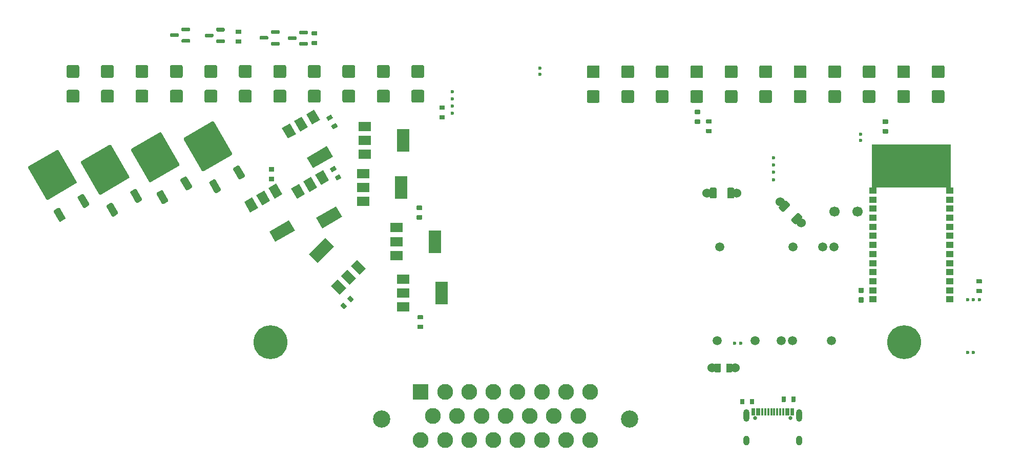
<source format=gts>
G04 #@! TF.GenerationSoftware,KiCad,Pcbnew,7.0.10-7.0.10~ubuntu22.04.1*
G04 #@! TF.CreationDate,2024-01-01T01:26:33+00:00*
G04 #@! TF.ProjectId,uaeficopiedtovfr,75616566-6963-46f7-9069-6564746f7666,rev?*
G04 #@! TF.SameCoordinates,Original*
G04 #@! TF.FileFunction,Soldermask,Top*
G04 #@! TF.FilePolarity,Negative*
%FSLAX46Y46*%
G04 Gerber Fmt 4.6, Leading zero omitted, Abs format (unit mm)*
G04 Created by KiCad (PCBNEW 7.0.10-7.0.10~ubuntu22.04.1) date 2024-01-01 01:26:33*
%MOMM*%
%LPD*%
G01*
G04 APERTURE LIST*
%ADD10C,0.120000*%
%ADD11C,1.524000*%
%ADD12R,2.000000X1.500000*%
%ADD13R,2.000000X3.800000*%
%ADD14C,5.600000*%
%ADD15C,0.600000*%
%ADD16C,1.500000*%
%ADD17C,2.850000*%
%ADD18R,2.625000X2.625000*%
%ADD19C,2.625000*%
%ADD20C,1.700000*%
%ADD21C,0.650000*%
%ADD22R,0.300000X1.150000*%
%ADD23O,1.000000X2.100000*%
%ADD24O,1.000000X1.600000*%
%ADD25R,1.300000X1.000000*%
G04 APERTURE END LIST*
G04 #@! TO.C,U2*
D10*
X153537500Y45106000D02*
X140537500Y45106000D01*
X140537500Y52106000D01*
X153537500Y52106000D01*
X153537500Y45106000D01*
G36*
X153537500Y45106000D02*
G01*
X140537500Y45106000D01*
X140537500Y52106000D01*
X153537500Y52106000D01*
X153537500Y45106000D01*
G37*
G04 #@! TD*
D11*
G04 #@! TO.C,R4*
X117930000Y15206000D03*
G36*
G01*
X117475001Y15831000D02*
X117475001Y14581000D01*
G75*
G02*
X117375001Y14481000I-100000J0D01*
G01*
X116575001Y14481000D01*
G75*
G02*
X116475001Y14581000I0J100000D01*
G01*
X116475001Y15831000D01*
G75*
G02*
X116575001Y15931000I100000J0D01*
G01*
X117375001Y15931000D01*
G75*
G02*
X117475001Y15831000I0J-100000D01*
G01*
G37*
G36*
G01*
X115574979Y15831000D02*
X115574979Y14581000D01*
G75*
G02*
X115474979Y14481000I-100000J0D01*
G01*
X114674979Y14481000D01*
G75*
G02*
X114574979Y14581000I0J100000D01*
G01*
X114574979Y15831000D01*
G75*
G02*
X114674979Y15931000I100000J0D01*
G01*
X115474979Y15931000D01*
G75*
G02*
X115574979Y15831000I0J-100000D01*
G01*
G37*
X114120000Y15206000D03*
G04 #@! TD*
G04 #@! TO.C,R1*
G36*
G01*
X142385000Y56256000D02*
X143165000Y56256000D01*
G75*
G02*
X143235000Y56186000I0J-70000D01*
G01*
X143235000Y55626000D01*
G75*
G02*
X143165000Y55556000I-70000J0D01*
G01*
X142385000Y55556000D01*
G75*
G02*
X142315000Y55626000I0J70000D01*
G01*
X142315000Y56186000D01*
G75*
G02*
X142385000Y56256000I70000J0D01*
G01*
G37*
G36*
G01*
X142385000Y54656000D02*
X143165000Y54656000D01*
G75*
G02*
X143235000Y54586000I0J-70000D01*
G01*
X143235000Y54026000D01*
G75*
G02*
X143165000Y53956000I-70000J0D01*
G01*
X142385000Y53956000D01*
G75*
G02*
X142315000Y54026000I0J70000D01*
G01*
X142315000Y54586000D01*
G75*
G02*
X142385000Y54656000I70000J0D01*
G01*
G37*
G04 #@! TD*
D12*
G04 #@! TO.C,Q14*
X56775000Y55131000D03*
X56775000Y52831000D03*
X56775000Y50531000D03*
D13*
X63075000Y52831000D03*
G04 #@! TD*
D14*
G04 #@! TO.C,H2*
X41175000Y19481000D03*
G04 #@! TD*
G04 #@! TO.C,Q8*
G36*
X48542339Y47175005D02*
G01*
X49841377Y47925005D01*
X50841377Y46192955D01*
X49542339Y45442955D01*
X48542339Y47175005D01*
G37*
G36*
X46550481Y46025005D02*
G01*
X47849519Y46775005D01*
X48849519Y45042955D01*
X47550481Y44292955D01*
X46550481Y46025005D01*
G37*
G36*
X44558623Y44875005D02*
G01*
X45857661Y45625005D01*
X46857661Y43892955D01*
X45558623Y43142955D01*
X44558623Y44875005D01*
G37*
G36*
X48704552Y39994045D02*
G01*
X51995448Y41894045D01*
X52995448Y40161995D01*
X49704552Y38261995D01*
X48704552Y39994045D01*
G37*
G04 #@! TD*
G04 #@! TO.C,R8*
G36*
G01*
X127925000Y10421000D02*
X127925000Y9641000D01*
G75*
G02*
X127855000Y9571000I-70000J0D01*
G01*
X127295000Y9571000D01*
G75*
G02*
X127225000Y9641000I0J70000D01*
G01*
X127225000Y10421000D01*
G75*
G02*
X127295000Y10491000I70000J0D01*
G01*
X127855000Y10491000D01*
G75*
G02*
X127925000Y10421000I0J-70000D01*
G01*
G37*
G36*
G01*
X126325000Y10421000D02*
X126325000Y9641000D01*
G75*
G02*
X126255000Y9571000I-70000J0D01*
G01*
X125695000Y9571000D01*
G75*
G02*
X125625000Y9641000I0J70000D01*
G01*
X125625000Y10421000D01*
G75*
G02*
X125695000Y10491000I70000J0D01*
G01*
X126255000Y10491000D01*
G75*
G02*
X126325000Y10421000I0J-70000D01*
G01*
G37*
G04 #@! TD*
G04 #@! TO.C,Q10*
G36*
X53663478Y28400491D02*
G01*
X52602818Y27339831D01*
X51188604Y28754045D01*
X52249264Y29814705D01*
X53663478Y28400491D01*
G37*
G36*
X55289823Y30026837D02*
G01*
X54229163Y28966177D01*
X52814949Y30380391D01*
X53875609Y31441051D01*
X55289823Y30026837D01*
G37*
G36*
X56916169Y31653182D02*
G01*
X55855509Y30592522D01*
X54441295Y32006736D01*
X55501955Y33067396D01*
X56916169Y31653182D01*
G37*
G36*
X51648224Y35294782D02*
G01*
X48961218Y32607776D01*
X47547004Y34021990D01*
X50234010Y36708996D01*
X51648224Y35294782D01*
G37*
G04 #@! TD*
G04 #@! TO.C,R32*
G36*
G01*
X65385000Y42031000D02*
X66165000Y42031000D01*
G75*
G02*
X66235000Y41961000I0J-70000D01*
G01*
X66235000Y41401000D01*
G75*
G02*
X66165000Y41331000I-70000J0D01*
G01*
X65385000Y41331000D01*
G75*
G02*
X65315000Y41401000I0J70000D01*
G01*
X65315000Y41961000D01*
G75*
G02*
X65385000Y42031000I70000J0D01*
G01*
G37*
G36*
G01*
X65385000Y40431000D02*
X66165000Y40431000D01*
G75*
G02*
X66235000Y40361000I0J-70000D01*
G01*
X66235000Y39801000D01*
G75*
G02*
X66165000Y39731000I-70000J0D01*
G01*
X65385000Y39731000D01*
G75*
G02*
X65315000Y39801000I0J70000D01*
G01*
X65315000Y40361000D01*
G75*
G02*
X65385000Y40431000I70000J0D01*
G01*
G37*
G04 #@! TD*
D15*
G04 #@! TO.C,M2*
X156400002Y26481000D03*
X157350002Y26481000D03*
X158300000Y26481000D03*
X157300002Y17781000D03*
X156400002Y17781000D03*
G04 #@! TD*
G04 #@! TO.C,M3*
X71250000Y59681000D03*
X71250000Y60881000D03*
X71250000Y58481000D03*
X71250000Y57281000D03*
X85675000Y63741000D03*
X85675000Y64741000D03*
G04 #@! TD*
G04 #@! TO.C,R2*
G36*
G01*
X112115000Y55556000D02*
X111335000Y55556000D01*
G75*
G02*
X111265000Y55626000I0J70000D01*
G01*
X111265000Y56186000D01*
G75*
G02*
X111335000Y56256000I70000J0D01*
G01*
X112115000Y56256000D01*
G75*
G02*
X112185000Y56186000I0J-70000D01*
G01*
X112185000Y55626000D01*
G75*
G02*
X112115000Y55556000I-70000J0D01*
G01*
G37*
G36*
G01*
X112115000Y57156000D02*
X111335000Y57156000D01*
G75*
G02*
X111265000Y57226000I0J70000D01*
G01*
X111265000Y57786000D01*
G75*
G02*
X111335000Y57856000I70000J0D01*
G01*
X112115000Y57856000D01*
G75*
G02*
X112185000Y57786000I0J-70000D01*
G01*
X112185000Y57226000D01*
G75*
G02*
X112115000Y57156000I-70000J0D01*
G01*
G37*
G04 #@! TD*
G04 #@! TO.C,R31*
G36*
G01*
X66315000Y21631000D02*
X65535000Y21631000D01*
G75*
G02*
X65465000Y21701000I0J70000D01*
G01*
X65465000Y22261000D01*
G75*
G02*
X65535000Y22331000I70000J0D01*
G01*
X66315000Y22331000D01*
G75*
G02*
X66385000Y22261000I0J-70000D01*
G01*
X66385000Y21701000D01*
G75*
G02*
X66315000Y21631000I-70000J0D01*
G01*
G37*
G36*
G01*
X66315000Y23231000D02*
X65535000Y23231000D01*
G75*
G02*
X65465000Y23301000I0J70000D01*
G01*
X65465000Y23861000D01*
G75*
G02*
X65535000Y23931000I70000J0D01*
G01*
X66315000Y23931000D01*
G75*
G02*
X66385000Y23861000I0J-70000D01*
G01*
X66385000Y23301000D01*
G75*
G02*
X66315000Y23231000I-70000J0D01*
G01*
G37*
G04 #@! TD*
G04 #@! TO.C,R23*
G36*
G01*
X40935000Y48381000D02*
X41715000Y48381000D01*
G75*
G02*
X41785000Y48311000I0J-70000D01*
G01*
X41785000Y47751000D01*
G75*
G02*
X41715000Y47681000I-70000J0D01*
G01*
X40935000Y47681000D01*
G75*
G02*
X40865000Y47751000I0J70000D01*
G01*
X40865000Y48311000D01*
G75*
G02*
X40935000Y48381000I70000J0D01*
G01*
G37*
G36*
G01*
X40935000Y46781000D02*
X41715000Y46781000D01*
G75*
G02*
X41785000Y46711000I0J-70000D01*
G01*
X41785000Y46151000D01*
G75*
G02*
X41715000Y46081000I-70000J0D01*
G01*
X40935000Y46081000D01*
G75*
G02*
X40865000Y46151000I0J70000D01*
G01*
X40865000Y46711000D01*
G75*
G02*
X40935000Y46781000I70000J0D01*
G01*
G37*
G04 #@! TD*
D12*
G04 #@! TO.C,Q16*
X62025000Y38381000D03*
X62025000Y36081000D03*
X62025000Y33781000D03*
D13*
X68325000Y36081000D03*
G04 #@! TD*
G04 #@! TO.C,Q9*
G36*
X40792339Y44925005D02*
G01*
X42091377Y45675005D01*
X43091377Y43942955D01*
X41792339Y43192955D01*
X40792339Y44925005D01*
G37*
G36*
X38800481Y43775005D02*
G01*
X40099519Y44525005D01*
X41099519Y42792955D01*
X39800481Y42042955D01*
X38800481Y43775005D01*
G37*
G36*
X36808623Y42625005D02*
G01*
X38107661Y43375005D01*
X39107661Y41642955D01*
X37808623Y40892955D01*
X36808623Y42625005D01*
G37*
G36*
X40954552Y37744045D02*
G01*
X44245448Y39644045D01*
X45245448Y37911995D01*
X41954552Y36011995D01*
X40954552Y37744045D01*
G37*
G04 #@! TD*
D16*
G04 #@! TO.C,M1*
X133849999Y19731005D03*
X127450002Y19731005D03*
X125549999Y19731005D03*
X121249999Y19731005D03*
D15*
X118850002Y19281006D03*
X117850001Y19281006D03*
D16*
X114999999Y19731005D03*
X134300001Y35231002D03*
X132450002Y35231002D03*
X127499999Y35231002D03*
X115450001Y35231002D03*
G04 #@! TD*
D12*
G04 #@! TO.C,Q13*
X56475000Y47331000D03*
X56475000Y45031000D03*
X56475000Y42731000D03*
D13*
X62775000Y45031000D03*
G04 #@! TD*
G04 #@! TO.C,R26*
G36*
G01*
X36265000Y68806000D02*
X35485000Y68806000D01*
G75*
G02*
X35415000Y68876000I0J70000D01*
G01*
X35415000Y69436000D01*
G75*
G02*
X35485000Y69506000I70000J0D01*
G01*
X36265000Y69506000D01*
G75*
G02*
X36335000Y69436000I0J-70000D01*
G01*
X36335000Y68876000D01*
G75*
G02*
X36265000Y68806000I-70000J0D01*
G01*
G37*
G36*
G01*
X36265000Y70406000D02*
X35485000Y70406000D01*
G75*
G02*
X35415000Y70476000I0J70000D01*
G01*
X35415000Y71036000D01*
G75*
G02*
X35485000Y71106000I70000J0D01*
G01*
X36265000Y71106000D01*
G75*
G02*
X36335000Y71036000I0J-70000D01*
G01*
X36335000Y70476000D01*
G75*
G02*
X36265000Y70406000I-70000J0D01*
G01*
G37*
G04 #@! TD*
G04 #@! TO.C,C1*
G36*
G01*
X139115000Y26015999D02*
X138435000Y26015999D01*
G75*
G02*
X138350000Y26100999I0J85000D01*
G01*
X138350000Y26780999D01*
G75*
G02*
X138435000Y26865999I85000J0D01*
G01*
X139115000Y26865999D01*
G75*
G02*
X139200000Y26780999I0J-85000D01*
G01*
X139200000Y26100999D01*
G75*
G02*
X139115000Y26015999I-85000J0D01*
G01*
G37*
G36*
G01*
X139115000Y27596001D02*
X138435000Y27596001D01*
G75*
G02*
X138350000Y27681001I0J85000D01*
G01*
X138350000Y28361001D01*
G75*
G02*
X138435000Y28446001I85000J0D01*
G01*
X139115000Y28446001D01*
G75*
G02*
X139200000Y28361001I0J-85000D01*
G01*
X139200000Y27681001D01*
G75*
G02*
X139115000Y27596001I-85000J0D01*
G01*
G37*
G04 #@! TD*
G04 #@! TO.C,Q7*
G36*
X47042339Y57150005D02*
G01*
X48341377Y57900005D01*
X49341377Y56167955D01*
X48042339Y55417955D01*
X47042339Y57150005D01*
G37*
G36*
X45050481Y56000005D02*
G01*
X46349519Y56750005D01*
X47349519Y55017955D01*
X46050481Y54267955D01*
X45050481Y56000005D01*
G37*
G36*
X43058623Y54850005D02*
G01*
X44357661Y55600005D01*
X45357661Y53867955D01*
X44058623Y53117955D01*
X43058623Y54850005D01*
G37*
G36*
X47204552Y49969045D02*
G01*
X50495448Y51869045D01*
X51495448Y50136995D01*
X48204552Y48236995D01*
X47204552Y49969045D01*
G37*
G04 #@! TD*
D17*
G04 #@! TO.C,J4*
X59506000Y6773000D03*
X100506000Y6773000D03*
D18*
X66006000Y11273000D03*
D19*
X70006000Y11273000D03*
X74006000Y11273000D03*
X78006000Y11273000D03*
X82006000Y11273000D03*
X86006000Y11273000D03*
X90006000Y11273000D03*
X94006000Y11273000D03*
X68006000Y7273000D03*
X72006000Y7273000D03*
X76006000Y7273000D03*
X80006000Y7273000D03*
X84006000Y7273000D03*
X88006000Y7273000D03*
X92006000Y7273000D03*
X66006000Y3273000D03*
X70006000Y3273000D03*
X74006000Y3273000D03*
X78006000Y3273000D03*
X82006000Y3273000D03*
X86006000Y3273000D03*
X90006000Y3273000D03*
X94006000Y3273000D03*
G04 #@! TD*
G04 #@! TO.C,U1*
G36*
G01*
X64450000Y59306001D02*
X64450000Y60905999D01*
G75*
G02*
X64700001Y61156000I250001J0D01*
G01*
X66299999Y61156000D01*
G75*
G02*
X66550000Y60905999I0J-250001D01*
G01*
X66550000Y59306001D01*
G75*
G02*
X66299999Y59056000I-250001J0D01*
G01*
X64700001Y59056000D01*
G75*
G02*
X64450000Y59306001I0J250001D01*
G01*
G37*
G36*
G01*
X58750000Y59306001D02*
X58750000Y60905999D01*
G75*
G02*
X59000001Y61156000I250001J0D01*
G01*
X60599999Y61156000D01*
G75*
G02*
X60850000Y60905999I0J-250001D01*
G01*
X60850000Y59306001D01*
G75*
G02*
X60599999Y59056000I-250001J0D01*
G01*
X59000001Y59056000D01*
G75*
G02*
X58750000Y59306001I0J250001D01*
G01*
G37*
G36*
G01*
X53050000Y59306001D02*
X53050000Y60905999D01*
G75*
G02*
X53300001Y61156000I250001J0D01*
G01*
X54899999Y61156000D01*
G75*
G02*
X55150000Y60905999I0J-250001D01*
G01*
X55150000Y59306001D01*
G75*
G02*
X54899999Y59056000I-250001J0D01*
G01*
X53300001Y59056000D01*
G75*
G02*
X53050000Y59306001I0J250001D01*
G01*
G37*
G36*
G01*
X47350000Y59306001D02*
X47350000Y60905999D01*
G75*
G02*
X47600001Y61156000I250001J0D01*
G01*
X49199999Y61156000D01*
G75*
G02*
X49450000Y60905999I0J-250001D01*
G01*
X49450000Y59306001D01*
G75*
G02*
X49199999Y59056000I-250001J0D01*
G01*
X47600001Y59056000D01*
G75*
G02*
X47350000Y59306001I0J250001D01*
G01*
G37*
G36*
G01*
X41650000Y59306001D02*
X41650000Y60905999D01*
G75*
G02*
X41900001Y61156000I250001J0D01*
G01*
X43499999Y61156000D01*
G75*
G02*
X43750000Y60905999I0J-250001D01*
G01*
X43750000Y59306001D01*
G75*
G02*
X43499999Y59056000I-250001J0D01*
G01*
X41900001Y59056000D01*
G75*
G02*
X41650000Y59306001I0J250001D01*
G01*
G37*
G36*
G01*
X35950000Y59306001D02*
X35950000Y60905999D01*
G75*
G02*
X36200001Y61156000I250001J0D01*
G01*
X37799999Y61156000D01*
G75*
G02*
X38050000Y60905999I0J-250001D01*
G01*
X38050000Y59306001D01*
G75*
G02*
X37799999Y59056000I-250001J0D01*
G01*
X36200001Y59056000D01*
G75*
G02*
X35950000Y59306001I0J250001D01*
G01*
G37*
G36*
G01*
X30250000Y59306001D02*
X30250000Y60905999D01*
G75*
G02*
X30500001Y61156000I250001J0D01*
G01*
X32099999Y61156000D01*
G75*
G02*
X32350000Y60905999I0J-250001D01*
G01*
X32350000Y59306001D01*
G75*
G02*
X32099999Y59056000I-250001J0D01*
G01*
X30500001Y59056000D01*
G75*
G02*
X30250000Y59306001I0J250001D01*
G01*
G37*
G36*
G01*
X24550000Y59306001D02*
X24550000Y60905999D01*
G75*
G02*
X24800001Y61156000I250001J0D01*
G01*
X26399999Y61156000D01*
G75*
G02*
X26650000Y60905999I0J-250001D01*
G01*
X26650000Y59306001D01*
G75*
G02*
X26399999Y59056000I-250001J0D01*
G01*
X24800001Y59056000D01*
G75*
G02*
X24550000Y59306001I0J250001D01*
G01*
G37*
G36*
G01*
X18850000Y59306001D02*
X18850000Y60905999D01*
G75*
G02*
X19100001Y61156000I250001J0D01*
G01*
X20699999Y61156000D01*
G75*
G02*
X20950000Y60905999I0J-250001D01*
G01*
X20950000Y59306001D01*
G75*
G02*
X20699999Y59056000I-250001J0D01*
G01*
X19100001Y59056000D01*
G75*
G02*
X18850000Y59306001I0J250001D01*
G01*
G37*
G36*
G01*
X13150000Y59306001D02*
X13150000Y60905999D01*
G75*
G02*
X13400001Y61156000I250001J0D01*
G01*
X14999999Y61156000D01*
G75*
G02*
X15250000Y60905999I0J-250001D01*
G01*
X15250000Y59306001D01*
G75*
G02*
X14999999Y59056000I-250001J0D01*
G01*
X13400001Y59056000D01*
G75*
G02*
X13150000Y59306001I0J250001D01*
G01*
G37*
G36*
G01*
X7450000Y59306001D02*
X7450000Y60905999D01*
G75*
G02*
X7700001Y61156000I250001J0D01*
G01*
X9299999Y61156000D01*
G75*
G02*
X9550000Y60905999I0J-250001D01*
G01*
X9550000Y59306001D01*
G75*
G02*
X9299999Y59056000I-250001J0D01*
G01*
X7700001Y59056000D01*
G75*
G02*
X7450000Y59306001I0J250001D01*
G01*
G37*
G36*
G01*
X64450000Y63406001D02*
X64450000Y65005999D01*
G75*
G02*
X64700001Y65256000I250001J0D01*
G01*
X66299999Y65256000D01*
G75*
G02*
X66550000Y65005999I0J-250001D01*
G01*
X66550000Y63406001D01*
G75*
G02*
X66299999Y63156000I-250001J0D01*
G01*
X64700001Y63156000D01*
G75*
G02*
X64450000Y63406001I0J250001D01*
G01*
G37*
G36*
G01*
X58750000Y63406001D02*
X58750000Y65005999D01*
G75*
G02*
X59000001Y65256000I250001J0D01*
G01*
X60599999Y65256000D01*
G75*
G02*
X60850000Y65005999I0J-250001D01*
G01*
X60850000Y63406001D01*
G75*
G02*
X60599999Y63156000I-250001J0D01*
G01*
X59000001Y63156000D01*
G75*
G02*
X58750000Y63406001I0J250001D01*
G01*
G37*
G36*
G01*
X53050000Y63406001D02*
X53050000Y65005999D01*
G75*
G02*
X53300001Y65256000I250001J0D01*
G01*
X54899999Y65256000D01*
G75*
G02*
X55150000Y65005999I0J-250001D01*
G01*
X55150000Y63406001D01*
G75*
G02*
X54899999Y63156000I-250001J0D01*
G01*
X53300001Y63156000D01*
G75*
G02*
X53050000Y63406001I0J250001D01*
G01*
G37*
G36*
G01*
X47350000Y63406001D02*
X47350000Y65005999D01*
G75*
G02*
X47600001Y65256000I250001J0D01*
G01*
X49199999Y65256000D01*
G75*
G02*
X49450000Y65005999I0J-250001D01*
G01*
X49450000Y63406001D01*
G75*
G02*
X49199999Y63156000I-250001J0D01*
G01*
X47600001Y63156000D01*
G75*
G02*
X47350000Y63406001I0J250001D01*
G01*
G37*
G36*
G01*
X41650000Y63406001D02*
X41650000Y65005999D01*
G75*
G02*
X41900001Y65256000I250001J0D01*
G01*
X43499999Y65256000D01*
G75*
G02*
X43750000Y65005999I0J-250001D01*
G01*
X43750000Y63406001D01*
G75*
G02*
X43499999Y63156000I-250001J0D01*
G01*
X41900001Y63156000D01*
G75*
G02*
X41650000Y63406001I0J250001D01*
G01*
G37*
G36*
G01*
X35950000Y63406001D02*
X35950000Y65005999D01*
G75*
G02*
X36200001Y65256000I250001J0D01*
G01*
X37799999Y65256000D01*
G75*
G02*
X38050000Y65005999I0J-250001D01*
G01*
X38050000Y63406001D01*
G75*
G02*
X37799999Y63156000I-250001J0D01*
G01*
X36200001Y63156000D01*
G75*
G02*
X35950000Y63406001I0J250001D01*
G01*
G37*
G36*
G01*
X30250000Y63406001D02*
X30250000Y65005999D01*
G75*
G02*
X30500001Y65256000I250001J0D01*
G01*
X32099999Y65256000D01*
G75*
G02*
X32350000Y65005999I0J-250001D01*
G01*
X32350000Y63406001D01*
G75*
G02*
X32099999Y63156000I-250001J0D01*
G01*
X30500001Y63156000D01*
G75*
G02*
X30250000Y63406001I0J250001D01*
G01*
G37*
G36*
G01*
X24550000Y63406001D02*
X24550000Y65005999D01*
G75*
G02*
X24800001Y65256000I250001J0D01*
G01*
X26399999Y65256000D01*
G75*
G02*
X26650000Y65005999I0J-250001D01*
G01*
X26650000Y63406001D01*
G75*
G02*
X26399999Y63156000I-250001J0D01*
G01*
X24800001Y63156000D01*
G75*
G02*
X24550000Y63406001I0J250001D01*
G01*
G37*
G36*
G01*
X18850000Y63406001D02*
X18850000Y65005999D01*
G75*
G02*
X19100001Y65256000I250001J0D01*
G01*
X20699999Y65256000D01*
G75*
G02*
X20950000Y65005999I0J-250001D01*
G01*
X20950000Y63406001D01*
G75*
G02*
X20699999Y63156000I-250001J0D01*
G01*
X19100001Y63156000D01*
G75*
G02*
X18850000Y63406001I0J250001D01*
G01*
G37*
G36*
G01*
X13150000Y63406001D02*
X13150000Y65005999D01*
G75*
G02*
X13400001Y65256000I250001J0D01*
G01*
X14999999Y65256000D01*
G75*
G02*
X15250000Y65005999I0J-250001D01*
G01*
X15250000Y63406001D01*
G75*
G02*
X14999999Y63156000I-250001J0D01*
G01*
X13400001Y63156000D01*
G75*
G02*
X13150000Y63406001I0J250001D01*
G01*
G37*
G36*
G01*
X7450000Y63406001D02*
X7450000Y65005999D01*
G75*
G02*
X7700001Y65256000I250001J0D01*
G01*
X9299999Y65256000D01*
G75*
G02*
X9550000Y65005999I0J-250001D01*
G01*
X9550000Y63406001D01*
G75*
G02*
X9299999Y63156000I-250001J0D01*
G01*
X7700001Y63156000D01*
G75*
G02*
X7450000Y63406001I0J250001D01*
G01*
G37*
G36*
G01*
X150450000Y59256001D02*
X150450000Y60855999D01*
G75*
G02*
X150700001Y61106000I250001J0D01*
G01*
X152299999Y61106000D01*
G75*
G02*
X152550000Y60855999I0J-250001D01*
G01*
X152550000Y59256001D01*
G75*
G02*
X152299999Y59006000I-250001J0D01*
G01*
X150700001Y59006000D01*
G75*
G02*
X150450000Y59256001I0J250001D01*
G01*
G37*
G36*
G01*
X144750000Y59256001D02*
X144750000Y60855999D01*
G75*
G02*
X145000001Y61106000I250001J0D01*
G01*
X146599999Y61106000D01*
G75*
G02*
X146850000Y60855999I0J-250001D01*
G01*
X146850000Y59256001D01*
G75*
G02*
X146599999Y59006000I-250001J0D01*
G01*
X145000001Y59006000D01*
G75*
G02*
X144750000Y59256001I0J250001D01*
G01*
G37*
G36*
G01*
X139050000Y59256001D02*
X139050000Y60855999D01*
G75*
G02*
X139300001Y61106000I250001J0D01*
G01*
X140899999Y61106000D01*
G75*
G02*
X141150000Y60855999I0J-250001D01*
G01*
X141150000Y59256001D01*
G75*
G02*
X140899999Y59006000I-250001J0D01*
G01*
X139300001Y59006000D01*
G75*
G02*
X139050000Y59256001I0J250001D01*
G01*
G37*
G36*
G01*
X133350000Y59256001D02*
X133350000Y60855999D01*
G75*
G02*
X133600001Y61106000I250001J0D01*
G01*
X135199999Y61106000D01*
G75*
G02*
X135450000Y60855999I0J-250001D01*
G01*
X135450000Y59256001D01*
G75*
G02*
X135199999Y59006000I-250001J0D01*
G01*
X133600001Y59006000D01*
G75*
G02*
X133350000Y59256001I0J250001D01*
G01*
G37*
G36*
G01*
X127650000Y59256001D02*
X127650000Y60855999D01*
G75*
G02*
X127900001Y61106000I250001J0D01*
G01*
X129499999Y61106000D01*
G75*
G02*
X129750000Y60855999I0J-250001D01*
G01*
X129750000Y59256001D01*
G75*
G02*
X129499999Y59006000I-250001J0D01*
G01*
X127900001Y59006000D01*
G75*
G02*
X127650000Y59256001I0J250001D01*
G01*
G37*
G36*
G01*
X121950000Y59256001D02*
X121950000Y60855999D01*
G75*
G02*
X122200001Y61106000I250001J0D01*
G01*
X123799999Y61106000D01*
G75*
G02*
X124050000Y60855999I0J-250001D01*
G01*
X124050000Y59256001D01*
G75*
G02*
X123799999Y59006000I-250001J0D01*
G01*
X122200001Y59006000D01*
G75*
G02*
X121950000Y59256001I0J250001D01*
G01*
G37*
G36*
G01*
X116250000Y59256001D02*
X116250000Y60855999D01*
G75*
G02*
X116500001Y61106000I250001J0D01*
G01*
X118099999Y61106000D01*
G75*
G02*
X118350000Y60855999I0J-250001D01*
G01*
X118350000Y59256001D01*
G75*
G02*
X118099999Y59006000I-250001J0D01*
G01*
X116500001Y59006000D01*
G75*
G02*
X116250000Y59256001I0J250001D01*
G01*
G37*
G36*
G01*
X110550000Y59256001D02*
X110550000Y60855999D01*
G75*
G02*
X110800001Y61106000I250001J0D01*
G01*
X112399999Y61106000D01*
G75*
G02*
X112650000Y60855999I0J-250001D01*
G01*
X112650000Y59256001D01*
G75*
G02*
X112399999Y59006000I-250001J0D01*
G01*
X110800001Y59006000D01*
G75*
G02*
X110550000Y59256001I0J250001D01*
G01*
G37*
G36*
G01*
X104850000Y59256001D02*
X104850000Y60855999D01*
G75*
G02*
X105100001Y61106000I250001J0D01*
G01*
X106699999Y61106000D01*
G75*
G02*
X106950000Y60855999I0J-250001D01*
G01*
X106950000Y59256001D01*
G75*
G02*
X106699999Y59006000I-250001J0D01*
G01*
X105100001Y59006000D01*
G75*
G02*
X104850000Y59256001I0J250001D01*
G01*
G37*
G36*
G01*
X99150000Y59256001D02*
X99150000Y60855999D01*
G75*
G02*
X99400001Y61106000I250001J0D01*
G01*
X100999999Y61106000D01*
G75*
G02*
X101250000Y60855999I0J-250001D01*
G01*
X101250000Y59256001D01*
G75*
G02*
X100999999Y59006000I-250001J0D01*
G01*
X99400001Y59006000D01*
G75*
G02*
X99150000Y59256001I0J250001D01*
G01*
G37*
G36*
G01*
X93450000Y59256001D02*
X93450000Y60855999D01*
G75*
G02*
X93700001Y61106000I250001J0D01*
G01*
X95299999Y61106000D01*
G75*
G02*
X95550000Y60855999I0J-250001D01*
G01*
X95550000Y59256001D01*
G75*
G02*
X95299999Y59006000I-250001J0D01*
G01*
X93700001Y59006000D01*
G75*
G02*
X93450000Y59256001I0J250001D01*
G01*
G37*
G36*
G01*
X150450000Y63356001D02*
X150450000Y64955999D01*
G75*
G02*
X150700001Y65206000I250001J0D01*
G01*
X152299999Y65206000D01*
G75*
G02*
X152550000Y64955999I0J-250001D01*
G01*
X152550000Y63356001D01*
G75*
G02*
X152299999Y63106000I-250001J0D01*
G01*
X150700001Y63106000D01*
G75*
G02*
X150450000Y63356001I0J250001D01*
G01*
G37*
G36*
G01*
X144750000Y63356001D02*
X144750000Y64955999D01*
G75*
G02*
X145000001Y65206000I250001J0D01*
G01*
X146599999Y65206000D01*
G75*
G02*
X146850000Y64955999I0J-250001D01*
G01*
X146850000Y63356001D01*
G75*
G02*
X146599999Y63106000I-250001J0D01*
G01*
X145000001Y63106000D01*
G75*
G02*
X144750000Y63356001I0J250001D01*
G01*
G37*
G36*
G01*
X139050000Y63356001D02*
X139050000Y64955999D01*
G75*
G02*
X139300001Y65206000I250001J0D01*
G01*
X140899999Y65206000D01*
G75*
G02*
X141150000Y64955999I0J-250001D01*
G01*
X141150000Y63356001D01*
G75*
G02*
X140899999Y63106000I-250001J0D01*
G01*
X139300001Y63106000D01*
G75*
G02*
X139050000Y63356001I0J250001D01*
G01*
G37*
G36*
G01*
X133350000Y63356001D02*
X133350000Y64955999D01*
G75*
G02*
X133600001Y65206000I250001J0D01*
G01*
X135199999Y65206000D01*
G75*
G02*
X135450000Y64955999I0J-250001D01*
G01*
X135450000Y63356001D01*
G75*
G02*
X135199999Y63106000I-250001J0D01*
G01*
X133600001Y63106000D01*
G75*
G02*
X133350000Y63356001I0J250001D01*
G01*
G37*
G36*
G01*
X127650000Y63356001D02*
X127650000Y64955999D01*
G75*
G02*
X127900001Y65206000I250001J0D01*
G01*
X129499999Y65206000D01*
G75*
G02*
X129750000Y64955999I0J-250001D01*
G01*
X129750000Y63356001D01*
G75*
G02*
X129499999Y63106000I-250001J0D01*
G01*
X127900001Y63106000D01*
G75*
G02*
X127650000Y63356001I0J250001D01*
G01*
G37*
G36*
G01*
X121950000Y63356001D02*
X121950000Y64955999D01*
G75*
G02*
X122200001Y65206000I250001J0D01*
G01*
X123799999Y65206000D01*
G75*
G02*
X124050000Y64955999I0J-250001D01*
G01*
X124050000Y63356001D01*
G75*
G02*
X123799999Y63106000I-250001J0D01*
G01*
X122200001Y63106000D01*
G75*
G02*
X121950000Y63356001I0J250001D01*
G01*
G37*
G36*
G01*
X116250000Y63356001D02*
X116250000Y64955999D01*
G75*
G02*
X116500001Y65206000I250001J0D01*
G01*
X118099999Y65206000D01*
G75*
G02*
X118350000Y64955999I0J-250001D01*
G01*
X118350000Y63356001D01*
G75*
G02*
X118099999Y63106000I-250001J0D01*
G01*
X116500001Y63106000D01*
G75*
G02*
X116250000Y63356001I0J250001D01*
G01*
G37*
G36*
G01*
X110550000Y63356001D02*
X110550000Y64955999D01*
G75*
G02*
X110800001Y65206000I250001J0D01*
G01*
X112399999Y65206000D01*
G75*
G02*
X112650000Y64955999I0J-250001D01*
G01*
X112650000Y63356001D01*
G75*
G02*
X112399999Y63106000I-250001J0D01*
G01*
X110800001Y63106000D01*
G75*
G02*
X110550000Y63356001I0J250001D01*
G01*
G37*
G36*
G01*
X104850000Y63356001D02*
X104850000Y64955999D01*
G75*
G02*
X105100001Y65206000I250001J0D01*
G01*
X106699999Y65206000D01*
G75*
G02*
X106950000Y64955999I0J-250001D01*
G01*
X106950000Y63356001D01*
G75*
G02*
X106699999Y63106000I-250001J0D01*
G01*
X105100001Y63106000D01*
G75*
G02*
X104850000Y63356001I0J250001D01*
G01*
G37*
G36*
G01*
X99150000Y63356001D02*
X99150000Y64955999D01*
G75*
G02*
X99400001Y65206000I250001J0D01*
G01*
X100999999Y65206000D01*
G75*
G02*
X101250000Y64955999I0J-250001D01*
G01*
X101250000Y63356001D01*
G75*
G02*
X100999999Y63106000I-250001J0D01*
G01*
X99400001Y63106000D01*
G75*
G02*
X99150000Y63356001I0J250001D01*
G01*
G37*
G36*
G01*
X93450000Y63356001D02*
X93450000Y64955999D01*
G75*
G02*
X93700001Y65206000I250001J0D01*
G01*
X95299999Y65206000D01*
G75*
G02*
X95550000Y64955999I0J-250001D01*
G01*
X95550000Y63356001D01*
G75*
G02*
X95299999Y63106000I-250001J0D01*
G01*
X93700001Y63106000D01*
G75*
G02*
X93450000Y63356001I0J250001D01*
G01*
G37*
G04 #@! TD*
G04 #@! TO.C,R24*
G36*
G01*
X53287600Y24942056D02*
X52736056Y25493600D01*
G75*
G02*
X52736056Y25592594I49497J49497D01*
G01*
X53132036Y25988574D01*
G75*
G02*
X53231030Y25988574I49497J-49497D01*
G01*
X53782574Y25437030D01*
G75*
G02*
X53782574Y25338036I-49497J-49497D01*
G01*
X53386594Y24942056D01*
G75*
G02*
X53287600Y24942056I-49497J49497D01*
G01*
G37*
G36*
G01*
X54418970Y26073426D02*
X53867426Y26624970D01*
G75*
G02*
X53867426Y26723964I49497J49497D01*
G01*
X54263406Y27119944D01*
G75*
G02*
X54362400Y27119944I49497J-49497D01*
G01*
X54913944Y26568400D01*
G75*
G02*
X54913944Y26469406I-49497J-49497D01*
G01*
X54517964Y26073426D01*
G75*
G02*
X54418970Y26073426I-49497J49497D01*
G01*
G37*
G04 #@! TD*
D15*
G04 #@! TO.C,M4*
X124300000Y48731000D03*
X124300000Y49931000D03*
X124300000Y47531000D03*
X124300000Y46331000D03*
X138725000Y52791000D03*
X138725000Y53791000D03*
G04 #@! TD*
D20*
G04 #@! TO.C,P3*
X134375000Y41006000D03*
G04 #@! TD*
D21*
G04 #@! TO.C,J9*
X121285000Y6886000D03*
X127065000Y6886000D03*
D22*
X120825000Y7951000D03*
X121625000Y7951000D03*
X122925000Y7951000D03*
X123925000Y7951000D03*
X124425000Y7951000D03*
X125425000Y7951000D03*
X126725000Y7951000D03*
X127525000Y7951000D03*
X127225000Y7951000D03*
X126425000Y7951000D03*
X125925000Y7951000D03*
X124925000Y7951000D03*
X123425000Y7951000D03*
X122425000Y7951000D03*
X121925000Y7951000D03*
X121125000Y7951000D03*
D23*
X119855000Y7386000D03*
D24*
X119855000Y3206000D03*
D23*
X128495000Y7386000D03*
D24*
X128495000Y3206000D03*
G04 #@! TD*
D14*
G04 #@! TO.C,H1*
X145875000Y19481000D03*
G04 #@! TD*
G04 #@! TO.C,Q3*
G36*
G01*
X24145382Y42645505D02*
X23539164Y42295505D01*
G75*
G02*
X23197658Y42387011I-125000J216506D01*
G01*
X22347658Y43859255D01*
G75*
G02*
X22439164Y44200761I216506J125000D01*
G01*
X23045382Y44550761D01*
G75*
G02*
X23386888Y44459255I125000J-216506D01*
G01*
X24236888Y42987011D01*
G75*
G02*
X24145382Y42645505I-216506J-125000D01*
G01*
G37*
G36*
G01*
X26011781Y48572813D02*
X21421842Y45922810D01*
G75*
G02*
X21080339Y46014315I-124999J216504D01*
G01*
X18130336Y51123870D01*
G75*
G02*
X18221842Y51465373I216504J124999D01*
G01*
X22811781Y54115376D01*
G75*
G02*
X23153283Y54023870I124998J-216504D01*
G01*
X26103286Y48914315D01*
G75*
G02*
X26011781Y48572813I-216504J-124998D01*
G01*
G37*
G36*
G01*
X28094458Y44925505D02*
X27488240Y44575505D01*
G75*
G02*
X27146734Y44667011I-125000J216506D01*
G01*
X26296734Y46139255D01*
G75*
G02*
X26388240Y46480761I216506J125000D01*
G01*
X26994458Y46830761D01*
G75*
G02*
X27335964Y46739255I125000J-216506D01*
G01*
X28185964Y45267011D01*
G75*
G02*
X28094458Y44925505I-216506J-125000D01*
G01*
G37*
G04 #@! TD*
G04 #@! TO.C,D7*
G36*
G01*
X27900000Y69406000D02*
X27900000Y69106000D01*
G75*
G02*
X27750000Y68956000I-150000J0D01*
G01*
X26575000Y68956000D01*
G75*
G02*
X26425000Y69106000I0J150000D01*
G01*
X26425000Y69406000D01*
G75*
G02*
X26575000Y69556000I150000J0D01*
G01*
X27750000Y69556000D01*
G75*
G02*
X27900000Y69406000I0J-150000D01*
G01*
G37*
G36*
G01*
X26025000Y70356000D02*
X26025000Y70056000D01*
G75*
G02*
X25875000Y69906000I-150000J0D01*
G01*
X24700000Y69906000D01*
G75*
G02*
X24550000Y70056000I0J150000D01*
G01*
X24550000Y70356000D01*
G75*
G02*
X24700000Y70506000I150000J0D01*
G01*
X25875000Y70506000D01*
G75*
G02*
X26025000Y70356000I0J-150000D01*
G01*
G37*
G36*
G01*
X27900000Y71306000D02*
X27900000Y71006000D01*
G75*
G02*
X27750000Y70856000I-150000J0D01*
G01*
X26575000Y70856000D01*
G75*
G02*
X26425000Y71006000I0J150000D01*
G01*
X26425000Y71306000D01*
G75*
G02*
X26575000Y71456000I150000J0D01*
G01*
X27750000Y71456000D01*
G75*
G02*
X27900000Y71306000I0J-150000D01*
G01*
G37*
G04 #@! TD*
G04 #@! TO.C,R5*
G36*
G01*
X69135000Y58606000D02*
X69915000Y58606000D01*
G75*
G02*
X69985000Y58536000I0J-70000D01*
G01*
X69985000Y57976000D01*
G75*
G02*
X69915000Y57906000I-70000J0D01*
G01*
X69135000Y57906000D01*
G75*
G02*
X69065000Y57976000I0J70000D01*
G01*
X69065000Y58536000D01*
G75*
G02*
X69135000Y58606000I70000J0D01*
G01*
G37*
G36*
G01*
X69135000Y57006000D02*
X69915000Y57006000D01*
G75*
G02*
X69985000Y56936000I0J-70000D01*
G01*
X69985000Y56376000D01*
G75*
G02*
X69915000Y56306000I-70000J0D01*
G01*
X69135000Y56306000D01*
G75*
G02*
X69065000Y56376000I0J70000D01*
G01*
X69065000Y56936000D01*
G75*
G02*
X69135000Y57006000I70000J0D01*
G01*
G37*
G04 #@! TD*
G04 #@! TO.C,Q1*
G36*
G01*
X32853571Y44457412D02*
X32247353Y44107412D01*
G75*
G02*
X31905847Y44198918I-125000J216506D01*
G01*
X31055847Y45671162D01*
G75*
G02*
X31147353Y46012668I216506J125000D01*
G01*
X31753571Y46362668D01*
G75*
G02*
X32095077Y46271162I125000J-216506D01*
G01*
X32945077Y44798918D01*
G75*
G02*
X32853571Y44457412I-216506J-125000D01*
G01*
G37*
G36*
G01*
X34719970Y50384720D02*
X30130031Y47734717D01*
G75*
G02*
X29788528Y47826222I-124999J216504D01*
G01*
X26838525Y52935777D01*
G75*
G02*
X26930031Y53277280I216504J124999D01*
G01*
X31519970Y55927283D01*
G75*
G02*
X31861472Y55835777I124998J-216504D01*
G01*
X34811475Y50726222D01*
G75*
G02*
X34719970Y50384720I-216504J-124998D01*
G01*
G37*
G36*
G01*
X36802647Y46737412D02*
X36196429Y46387412D01*
G75*
G02*
X35854923Y46478918I-125000J216506D01*
G01*
X35004923Y47951162D01*
G75*
G02*
X35096429Y48292668I216506J125000D01*
G01*
X35702647Y48642668D01*
G75*
G02*
X36044153Y48551162I125000J-216506D01*
G01*
X36894153Y47078918D01*
G75*
G02*
X36802647Y46737412I-216506J-125000D01*
G01*
G37*
G04 #@! TD*
G04 #@! TO.C,R25*
G36*
G01*
X48815000Y68556000D02*
X48035000Y68556000D01*
G75*
G02*
X47965000Y68626000I0J70000D01*
G01*
X47965000Y69186000D01*
G75*
G02*
X48035000Y69256000I70000J0D01*
G01*
X48815000Y69256000D01*
G75*
G02*
X48885000Y69186000I0J-70000D01*
G01*
X48885000Y68626000D01*
G75*
G02*
X48815000Y68556000I-70000J0D01*
G01*
G37*
G36*
G01*
X48815000Y70156000D02*
X48035000Y70156000D01*
G75*
G02*
X47965000Y70226000I0J70000D01*
G01*
X47965000Y70786000D01*
G75*
G02*
X48035000Y70856000I70000J0D01*
G01*
X48815000Y70856000D01*
G75*
G02*
X48885000Y70786000I0J-70000D01*
G01*
X48885000Y70226000D01*
G75*
G02*
X48815000Y70156000I-70000J0D01*
G01*
G37*
G04 #@! TD*
G04 #@! TO.C,R6*
G36*
G01*
X158665000Y27556000D02*
X157885000Y27556000D01*
G75*
G02*
X157815000Y27626000I0J70000D01*
G01*
X157815000Y28186000D01*
G75*
G02*
X157885000Y28256000I70000J0D01*
G01*
X158665000Y28256000D01*
G75*
G02*
X158735000Y28186000I0J-70000D01*
G01*
X158735000Y27626000D01*
G75*
G02*
X158665000Y27556000I-70000J0D01*
G01*
G37*
G36*
G01*
X158665000Y29156000D02*
X157885000Y29156000D01*
G75*
G02*
X157815000Y29226000I0J70000D01*
G01*
X157815000Y29786000D01*
G75*
G02*
X157885000Y29856000I70000J0D01*
G01*
X158665000Y29856000D01*
G75*
G02*
X158735000Y29786000I0J-70000D01*
G01*
X158735000Y29226000D01*
G75*
G02*
X158665000Y29156000I-70000J0D01*
G01*
G37*
G04 #@! TD*
G04 #@! TO.C,Q4*
G36*
G01*
X15853571Y40582412D02*
X15247353Y40232412D01*
G75*
G02*
X14905847Y40323918I-125000J216506D01*
G01*
X14055847Y41796162D01*
G75*
G02*
X14147353Y42137668I216506J125000D01*
G01*
X14753571Y42487668D01*
G75*
G02*
X15095077Y42396162I125000J-216506D01*
G01*
X15945077Y40923918D01*
G75*
G02*
X15853571Y40582412I-216506J-125000D01*
G01*
G37*
G36*
G01*
X17719970Y46509720D02*
X13130031Y43859717D01*
G75*
G02*
X12788528Y43951222I-124999J216504D01*
G01*
X9838525Y49060777D01*
G75*
G02*
X9930031Y49402280I216504J124999D01*
G01*
X14519970Y52052283D01*
G75*
G02*
X14861472Y51960777I124998J-216504D01*
G01*
X17811475Y46851222D01*
G75*
G02*
X17719970Y46509720I-216504J-124998D01*
G01*
G37*
G36*
G01*
X19802647Y42862412D02*
X19196429Y42512412D01*
G75*
G02*
X18854923Y42603918I-125000J216506D01*
G01*
X18004923Y44076162D01*
G75*
G02*
X18096429Y44417668I216506J125000D01*
G01*
X18702647Y44767668D01*
G75*
G02*
X19044153Y44676162I125000J-216506D01*
G01*
X19894153Y43203918D01*
G75*
G02*
X19802647Y42862412I-216506J-125000D01*
G01*
G37*
G04 #@! TD*
G04 #@! TO.C,Q12*
G36*
G01*
X33637500Y69356000D02*
X33637500Y69056000D01*
G75*
G02*
X33487500Y68906000I-150000J0D01*
G01*
X32312500Y68906000D01*
G75*
G02*
X32162500Y69056000I0J150000D01*
G01*
X32162500Y69356000D01*
G75*
G02*
X32312500Y69506000I150000J0D01*
G01*
X33487500Y69506000D01*
G75*
G02*
X33637500Y69356000I0J-150000D01*
G01*
G37*
G36*
G01*
X31762500Y70306000D02*
X31762500Y70006000D01*
G75*
G02*
X31612500Y69856000I-150000J0D01*
G01*
X30437500Y69856000D01*
G75*
G02*
X30287500Y70006000I0J150000D01*
G01*
X30287500Y70306000D01*
G75*
G02*
X30437500Y70456000I150000J0D01*
G01*
X31612500Y70456000D01*
G75*
G02*
X31762500Y70306000I0J-150000D01*
G01*
G37*
G36*
G01*
X33637500Y71256000D02*
X33637500Y70956000D01*
G75*
G02*
X33487500Y70806000I-150000J0D01*
G01*
X32312500Y70806000D01*
G75*
G02*
X32162500Y70956000I0J150000D01*
G01*
X32162500Y71256000D01*
G75*
G02*
X32312500Y71406000I150000J0D01*
G01*
X33487500Y71406000D01*
G75*
G02*
X33637500Y71256000I0J-150000D01*
G01*
G37*
G04 #@! TD*
D20*
G04 #@! TO.C,P4*
X138155000Y41006000D03*
G04 #@! TD*
G04 #@! TO.C,D6*
G36*
G01*
X42700000Y68956000D02*
X42700000Y68656000D01*
G75*
G02*
X42550000Y68506000I-150000J0D01*
G01*
X41375000Y68506000D01*
G75*
G02*
X41225000Y68656000I0J150000D01*
G01*
X41225000Y68956000D01*
G75*
G02*
X41375000Y69106000I150000J0D01*
G01*
X42550000Y69106000D01*
G75*
G02*
X42700000Y68956000I0J-150000D01*
G01*
G37*
G36*
G01*
X40825000Y69906000D02*
X40825000Y69606000D01*
G75*
G02*
X40675000Y69456000I-150000J0D01*
G01*
X39500000Y69456000D01*
G75*
G02*
X39350000Y69606000I0J150000D01*
G01*
X39350000Y69906000D01*
G75*
G02*
X39500000Y70056000I150000J0D01*
G01*
X40675000Y70056000D01*
G75*
G02*
X40825000Y69906000I0J-150000D01*
G01*
G37*
G36*
G01*
X42700000Y70856000D02*
X42700000Y70556000D01*
G75*
G02*
X42550000Y70406000I-150000J0D01*
G01*
X41375000Y70406000D01*
G75*
G02*
X41225000Y70556000I0J150000D01*
G01*
X41225000Y70856000D01*
G75*
G02*
X41375000Y71006000I150000J0D01*
G01*
X42550000Y71006000D01*
G75*
G02*
X42700000Y70856000I0J-150000D01*
G01*
G37*
G04 #@! TD*
D12*
G04 #@! TO.C,Q15*
X63125000Y29881000D03*
X63125000Y27581000D03*
X63125000Y25281000D03*
D13*
X69425000Y27581000D03*
G04 #@! TD*
G04 #@! TO.C,R21*
G36*
G01*
X52237750Y55055071D02*
X51562250Y54665071D01*
G75*
G02*
X51466628Y54690693I-35000J60622D01*
G01*
X51186628Y55175667D01*
G75*
G02*
X51212250Y55271289I60622J35000D01*
G01*
X51887750Y55661289D01*
G75*
G02*
X51983372Y55635667I35000J-60622D01*
G01*
X52263372Y55150693D01*
G75*
G02*
X52237750Y55055071I-60622J-35000D01*
G01*
G37*
G36*
G01*
X51437750Y56440711D02*
X50762250Y56050711D01*
G75*
G02*
X50666628Y56076333I-35000J60622D01*
G01*
X50386628Y56561307D01*
G75*
G02*
X50412250Y56656929I60622J35000D01*
G01*
X51087750Y57046929D01*
G75*
G02*
X51183372Y57021307I35000J-60622D01*
G01*
X51463372Y56536333D01*
G75*
G02*
X51437750Y56440711I-60622J-35000D01*
G01*
G37*
G04 #@! TD*
G04 #@! TO.C,Q11*
G36*
G01*
X47350000Y68906000D02*
X47350000Y68606000D01*
G75*
G02*
X47200000Y68456000I-150000J0D01*
G01*
X46025000Y68456000D01*
G75*
G02*
X45875000Y68606000I0J150000D01*
G01*
X45875000Y68906000D01*
G75*
G02*
X46025000Y69056000I150000J0D01*
G01*
X47200000Y69056000D01*
G75*
G02*
X47350000Y68906000I0J-150000D01*
G01*
G37*
G36*
G01*
X45475000Y69856000D02*
X45475000Y69556000D01*
G75*
G02*
X45325000Y69406000I-150000J0D01*
G01*
X44150000Y69406000D01*
G75*
G02*
X44000000Y69556000I0J150000D01*
G01*
X44000000Y69856000D01*
G75*
G02*
X44150000Y70006000I150000J0D01*
G01*
X45325000Y70006000D01*
G75*
G02*
X45475000Y69856000I0J-150000D01*
G01*
G37*
G36*
G01*
X47350000Y70806000D02*
X47350000Y70506000D01*
G75*
G02*
X47200000Y70356000I-150000J0D01*
G01*
X46025000Y70356000D01*
G75*
G02*
X45875000Y70506000I0J150000D01*
G01*
X45875000Y70806000D01*
G75*
G02*
X46025000Y70956000I150000J0D01*
G01*
X47200000Y70956000D01*
G75*
G02*
X47350000Y70806000I0J-150000D01*
G01*
G37*
G04 #@! TD*
D11*
G04 #@! TO.C,F2*
X113325000Y44106000D03*
G36*
G01*
X114669990Y43206000D02*
X113979990Y43206000D01*
G75*
G02*
X113749990Y43436000I0J230000D01*
G01*
X113749990Y44776000D01*
G75*
G02*
X113979990Y45006000I230000J0D01*
G01*
X114669990Y45006000D01*
G75*
G02*
X114899990Y44776000I0J-230000D01*
G01*
X114899990Y43436000D01*
G75*
G02*
X114669990Y43206000I-230000J0D01*
G01*
G37*
G36*
G01*
X117570010Y43206000D02*
X116880010Y43206000D01*
G75*
G02*
X116650010Y43436000I0J230000D01*
G01*
X116650010Y44776000D01*
G75*
G02*
X116880010Y45006000I230000J0D01*
G01*
X117570010Y45006000D01*
G75*
G02*
X117800010Y44776000I0J-230000D01*
G01*
X117800010Y43436000D01*
G75*
G02*
X117570010Y43206000I-230000J0D01*
G01*
G37*
X118225000Y44106000D03*
G04 #@! TD*
D25*
G04 #@! TO.C,U2*
X140687500Y44531000D03*
X140687500Y43031000D03*
X140687500Y41531000D03*
X140687500Y40031000D03*
X140687500Y38531000D03*
X140687500Y37031000D03*
X140687500Y35531000D03*
X140687500Y34031000D03*
X140687500Y32531000D03*
X140687500Y31031000D03*
X140687500Y29531000D03*
X140687500Y28031000D03*
X140687500Y26531000D03*
X153387500Y26531000D03*
X153387500Y28031000D03*
X153387500Y29531000D03*
X153387500Y31031000D03*
X153387500Y32531000D03*
X153387500Y34031000D03*
X153387500Y35531000D03*
X153387500Y37031000D03*
X153387500Y38531000D03*
X153387500Y40031000D03*
X153387500Y41531000D03*
X153387500Y43031000D03*
X153387500Y44531000D03*
G04 #@! TD*
G04 #@! TO.C,Q2*
G36*
G01*
X7145382Y39745505D02*
X6539164Y39395505D01*
G75*
G02*
X6197658Y39487011I-125000J216506D01*
G01*
X5347658Y40959255D01*
G75*
G02*
X5439164Y41300761I216506J125000D01*
G01*
X6045382Y41650761D01*
G75*
G02*
X6386888Y41559255I125000J-216506D01*
G01*
X7236888Y40087011D01*
G75*
G02*
X7145382Y39745505I-216506J-125000D01*
G01*
G37*
G36*
G01*
X9011781Y45672813D02*
X4421842Y43022810D01*
G75*
G02*
X4080339Y43114315I-124999J216504D01*
G01*
X1130336Y48223870D01*
G75*
G02*
X1221842Y48565373I216504J124999D01*
G01*
X5811781Y51215376D01*
G75*
G02*
X6153283Y51123870I124998J-216504D01*
G01*
X9103286Y46014315D01*
G75*
G02*
X9011781Y45672813I-216504J-124998D01*
G01*
G37*
G36*
G01*
X11094458Y42025505D02*
X10488240Y41675505D01*
G75*
G02*
X10146734Y41767011I-125000J216506D01*
G01*
X9296734Y43239255D01*
G75*
G02*
X9388240Y43580761I216506J125000D01*
G01*
X9994458Y43930761D01*
G75*
G02*
X10335964Y43839255I125000J-216506D01*
G01*
X11185964Y42367011D01*
G75*
G02*
X11094458Y42025505I-216506J-125000D01*
G01*
G37*
G04 #@! TD*
D11*
G04 #@! TO.C,F1*
X125392588Y42638412D03*
G36*
G01*
X125707243Y41050964D02*
X125219340Y41538867D01*
G75*
G02*
X125219340Y41864137I162635J162635D01*
G01*
X126166863Y42811660D01*
G75*
G02*
X126492133Y42811660I162635J-162635D01*
G01*
X126980036Y42323757D01*
G75*
G02*
X126980036Y41998487I-162635J-162635D01*
G01*
X126032513Y41050964D01*
G75*
G02*
X125707243Y41050964I-162635J162635D01*
G01*
G37*
G36*
G01*
X127757867Y39000340D02*
X127269964Y39488243D01*
G75*
G02*
X127269964Y39813513I162635J162635D01*
G01*
X128217487Y40761036D01*
G75*
G02*
X128542757Y40761036I162635J-162635D01*
G01*
X129030660Y40273133D01*
G75*
G02*
X129030660Y39947863I-162635J-162635D01*
G01*
X128083137Y39000340D01*
G75*
G02*
X127757867Y39000340I-162635J162635D01*
G01*
G37*
X128857412Y39173588D03*
G04 #@! TD*
G04 #@! TO.C,R3*
G36*
G01*
X114015000Y54006000D02*
X113235000Y54006000D01*
G75*
G02*
X113165000Y54076000I0J70000D01*
G01*
X113165000Y54636000D01*
G75*
G02*
X113235000Y54706000I70000J0D01*
G01*
X114015000Y54706000D01*
G75*
G02*
X114085000Y54636000I0J-70000D01*
G01*
X114085000Y54076000D01*
G75*
G02*
X114015000Y54006000I-70000J0D01*
G01*
G37*
G36*
G01*
X114015000Y55606000D02*
X113235000Y55606000D01*
G75*
G02*
X113165000Y55676000I0J70000D01*
G01*
X113165000Y56236000D01*
G75*
G02*
X113235000Y56306000I70000J0D01*
G01*
X114015000Y56306000D01*
G75*
G02*
X114085000Y56236000I0J-70000D01*
G01*
X114085000Y55676000D01*
G75*
G02*
X114015000Y55606000I-70000J0D01*
G01*
G37*
G04 #@! TD*
G04 #@! TO.C,R22*
G36*
G01*
X52837750Y46580071D02*
X52162250Y46190071D01*
G75*
G02*
X52066628Y46215693I-35000J60622D01*
G01*
X51786628Y46700667D01*
G75*
G02*
X51812250Y46796289I60622J35000D01*
G01*
X52487750Y47186289D01*
G75*
G02*
X52583372Y47160667I35000J-60622D01*
G01*
X52863372Y46675693D01*
G75*
G02*
X52837750Y46580071I-60622J-35000D01*
G01*
G37*
G36*
G01*
X52037750Y47965711D02*
X51362250Y47575711D01*
G75*
G02*
X51266628Y47601333I-35000J60622D01*
G01*
X50986628Y48086307D01*
G75*
G02*
X51012250Y48181929I60622J35000D01*
G01*
X51687750Y48571929D01*
G75*
G02*
X51783372Y48546307I35000J-60622D01*
G01*
X52063372Y48061333D01*
G75*
G02*
X52037750Y47965711I-60622J-35000D01*
G01*
G37*
G04 #@! TD*
G04 #@! TO.C,R7*
G36*
G01*
X118775000Y9241000D02*
X118775000Y10021000D01*
G75*
G02*
X118845000Y10091000I70000J0D01*
G01*
X119405000Y10091000D01*
G75*
G02*
X119475000Y10021000I0J-70000D01*
G01*
X119475000Y9241000D01*
G75*
G02*
X119405000Y9171000I-70000J0D01*
G01*
X118845000Y9171000D01*
G75*
G02*
X118775000Y9241000I0J70000D01*
G01*
G37*
G36*
G01*
X120375000Y9241000D02*
X120375000Y10021000D01*
G75*
G02*
X120445000Y10091000I70000J0D01*
G01*
X121005000Y10091000D01*
G75*
G02*
X121075000Y10021000I0J-70000D01*
G01*
X121075000Y9241000D01*
G75*
G02*
X121005000Y9171000I-70000J0D01*
G01*
X120445000Y9171000D01*
G75*
G02*
X120375000Y9241000I0J70000D01*
G01*
G37*
G04 #@! TD*
M02*

</source>
